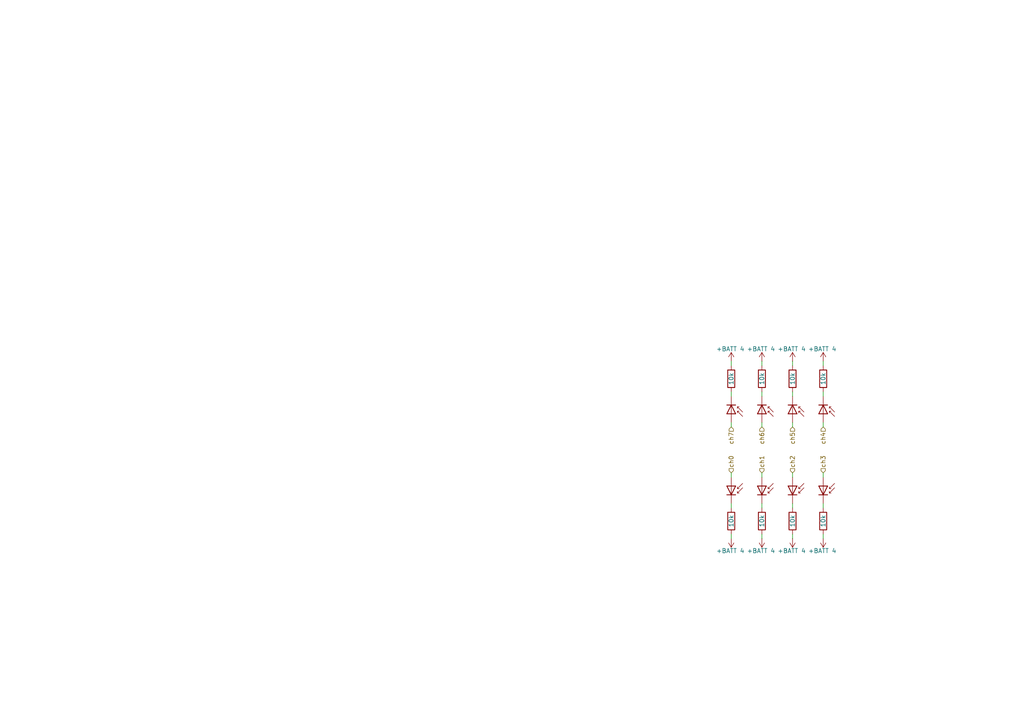
<source format=kicad_sch>
(kicad_sch (version 20231120) (generator "eeschema") (generator_version "8.0")
  (paper "A4")
  (lib_symbols
    (symbol "Device:D_SiPM" (pin_numbers hide) (pin_names hide)
      (property "Reference" "D" (at 1.778 1.778 0))
      (property "Value" "D_SiPM" (at 0.254 -2.794 0))
      (symbol "D_SiPM_0_1"
        (polyline (pts (xy -1.27 0) (xy 1.27 0)))
        (polyline (pts (xy -1.27 1.27) (xy -1.27 -1.27)) (stroke (width 0.254)))
        (polyline (pts (xy -0.762 1.778) (xy -0.254 1.778)))
        (polyline (pts (xy 1.27 1.27) (xy 1.27 -1.27)) (stroke (width 0.254)))
        (polyline (pts (xy 0.762 3.302) (xy -0.762 1.778) (xy -0.762 2.286)))
        (polyline (pts (xy 1.27 1.27) (xy -1.27 0) (xy 1.27 -1.27)) (stroke (width 0.254)))
        (polyline (pts (xy 2.032 3.302) (xy 0.508 1.778) (xy 0.508 2.286) (xy 0.508 1.778) (xy 1.016 1.778)))
      )
      (symbol "D_SiPM_1_1"
        (pin passive line (at -3.81 0 0) (length 2.54) (name "K") (number "1"))
        (pin passive line (at 3.81 0 180) (length 2.54) (name "A") (number "2"))
      )
    )
    (symbol "Device:R" (pin_numbers hide) (pin_names (offset 0))
      (property "Reference" "R" (at 2.032 0 90))
      (property "Value" "R" (at 0 0 90))
      (symbol "R_0_1"
        (rectangle (start -1.016 -2.54) (end 1.016 2.54) (stroke (width 0.254)))
      )
      (symbol "R_1_1"
        (pin passive line (at 0 3.81 270) (length 1.27) (name "~") (number "1"))
        (pin passive line (at 0 -3.81 90) (length 1.27) (name "~") (number "2"))
      )
    )
    (symbol "power:+BATT" (power) (pin_numbers hide) (pin_names (offset 0) hide)
      (property "Value" "+BATT" (at 0 3.556 0))
      (symbol "+BATT_0_1"
        (polyline (pts (xy -0.762 1.27) (xy 0 2.54)))
        (polyline (pts (xy 0 0) (xy 0 2.54)))
        (polyline (pts (xy 0 2.54) (xy 0.762 1.27)))
      )
      (symbol "+BATT_1_1"
        (pin power_in line (at 0 0 90) (length 0) (name "~") (number "1"))
      )
    )
  )
  (wire (pts (xy 238.76 146.05) (xy 238.76 147.32)))
  (wire (pts (xy 220.98 154.94) (xy 220.98 156.21)))
  (wire (pts (xy 238.76 137.16) (xy 238.76 138.43)))
  (wire (pts (xy 212.09 146.05) (xy 212.09 147.32)))
  (wire (pts (xy 229.87 137.16) (xy 229.87 138.43)))
  (wire (pts (xy 229.87 123.825) (xy 229.87 122.555)))
  (wire (pts (xy 220.98 114.935) (xy 220.98 113.665)))
  (wire (pts (xy 229.87 154.94) (xy 229.87 156.21)))
  (wire (pts (xy 220.98 123.825) (xy 220.98 122.555)))
  (wire (pts (xy 212.09 154.94) (xy 212.09 156.21)))
  (wire (pts (xy 212.09 123.825) (xy 212.09 122.555)))
  (wire (pts (xy 238.76 123.825) (xy 238.76 122.555)))
  (wire (pts (xy 238.76 114.935) (xy 238.76 113.665)))
  (wire (pts (xy 238.76 154.94) (xy 238.76 156.21)))
  (wire (pts (xy 212.09 106.045) (xy 212.09 104.775)))
  (wire (pts (xy 238.76 106.045) (xy 238.76 104.775)))
  (wire (pts (xy 229.87 114.935) (xy 229.87 113.665)))
  (wire (pts (xy 220.98 106.045) (xy 220.98 104.775)))
  (wire (pts (xy 220.98 146.05) (xy 220.98 147.32)))
  (wire (pts (xy 212.09 137.16) (xy 212.09 138.43)))
  (wire (pts (xy 220.98 137.16) (xy 220.98 138.43)))
  (wire (pts (xy 229.87 146.05) (xy 229.87 147.32)))
  (wire (pts (xy 212.09 114.935) (xy 212.09 113.665)))
  (wire (pts (xy 229.87 106.045) (xy 229.87 104.775)))
  (hierarchical_label "ch5" (shape input) (at 229.87 123.825 270))
  (hierarchical_label "ch4" (shape input) (at 238.76 123.825 270))
  (hierarchical_label "ch6" (shape input) (at 220.98 123.825 270))
  (hierarchical_label "ch7" (shape input) (at 212.09 123.825 270))
  (hierarchical_label "ch0" (shape input) (at 212.09 137.16 90))
  (hierarchical_label "ch3" (shape input) (at 238.76 137.16 90))
  (hierarchical_label "ch2" (shape input) (at 229.87 137.16 90))
  (hierarchical_label "ch1" (shape input) (at 220.98 137.16 90))
  (symbol (lib_id "power:+BATT") (at 220.98 104.775 0) (unit 1)
    (property "Reference" "#PWR059" (effects (hide yes)))
    (property "Value" "+BATT 4" (at 220.726 101.219 0))
    (property "Description" "Power symbol creates a global label with name \"+BATT\"" (effects (hide yes)))
  )
  (symbol (lib_id "power:+BATT") (at 238.76 156.21 0) (mirror x) (unit 1)
    (property "Reference" "#PWR064" (effects (hide yes)))
    (property "Value" "+BATT 4" (at 238.506 159.766 0))
    (property "Description" "Power symbol creates a global label with name \"+BATT\"" (effects (hide yes)))
  )
  (symbol (lib_id "Device:D_SiPM") (at 212.09 118.745 270) (unit 1)
    (property "Reference" "D57" (effects (hide yes)))
    (property "Value" "D_SiPM" (effects (hide yes)))
    (property "Footprint" "kicad-mza:Hamamatsu_S10362-11-100P-plus" (effects (hide yes)))
    (property "Description" "Silicon photomultiplier" (effects (hide yes)))
  )
  (symbol (lib_id "Device:D_SiPM") (at 212.09 142.24 270) (mirror x) (unit 1)
    (property "Reference" "D58" (effects (hide yes)))
    (property "Value" "D_SiPM" (effects (hide yes)))
    (property "Footprint" "kicad-mza:Hamamatsu_S10362-11-100P-plus" (effects (hide yes)))
    (property "Description" "Silicon photomultiplier" (effects (hide yes)))
  )
  (symbol (lib_id "Device:R") (at 229.87 151.13 0) (mirror x) (unit 1)
    (property "Reference" "R62" (effects (hide yes)))
    (property "Value" "10k" (at 229.87 151.13 90))
    (property "Footprint" "kicad-mza:0603" (effects (hide yes)))
    (property "Description" "Resistor" (effects (hide yes)))
  )
  (symbol (lib_id "power:+BATT") (at 238.76 104.775 0) (unit 1)
    (property "Reference" "#PWR063" (effects (hide yes)))
    (property "Value" "+BATT 4" (at 238.506 101.219 0))
    (property "Description" "Power symbol creates a global label with name \"+BATT\"" (effects (hide yes)))
  )
  (symbol (lib_id "Device:R") (at 212.09 109.855 0) (unit 1)
    (property "Reference" "R57" (effects (hide yes)))
    (property "Value" "10k" (at 212.09 109.855 90))
    (property "Footprint" "kicad-mza:0603" (effects (hide yes)))
    (property "Description" "Resistor" (effects (hide yes)))
  )
  (symbol (lib_id "power:+BATT") (at 229.87 156.21 0) (mirror x) (unit 1)
    (property "Reference" "#PWR062" (effects (hide yes)))
    (property "Value" "+BATT 4" (at 229.616 159.766 0))
    (property "Description" "Power symbol creates a global label with name \"+BATT\"" (effects (hide yes)))
  )
  (symbol (lib_id "Device:R") (at 212.09 151.13 0) (mirror x) (unit 1)
    (property "Reference" "R58" (effects (hide yes)))
    (property "Value" "10k" (at 212.09 151.13 90))
    (property "Footprint" "kicad-mza:0603" (effects (hide yes)))
    (property "Description" "Resistor" (effects (hide yes)))
  )
  (symbol (lib_id "power:+BATT") (at 220.98 156.21 0) (mirror x) (unit 1)
    (property "Reference" "#PWR060" (effects (hide yes)))
    (property "Value" "+BATT 4" (at 220.726 159.766 0))
    (property "Description" "Power symbol creates a global label with name \"+BATT\"" (effects (hide yes)))
  )
  (symbol (lib_id "power:+BATT") (at 229.87 104.775 0) (unit 1)
    (property "Reference" "#PWR061" (effects (hide yes)))
    (property "Value" "+BATT 4" (at 229.616 101.219 0))
    (property "Description" "Power symbol creates a global label with name \"+BATT\"" (effects (hide yes)))
  )
  (symbol (lib_id "Device:D_SiPM") (at 229.87 118.745 270) (unit 1)
    (property "Reference" "D61" (effects (hide yes)))
    (property "Value" "D_SiPM" (effects (hide yes)))
    (property "Footprint" "kicad-mza:Hamamatsu_S10362-11-100P-plus" (effects (hide yes)))
    (property "Description" "Silicon photomultiplier" (effects (hide yes)))
  )
  (symbol (lib_id "Device:R") (at 220.98 151.13 0) (mirror x) (unit 1)
    (property "Reference" "R60" (effects (hide yes)))
    (property "Value" "10k" (at 220.98 151.13 90))
    (property "Footprint" "kicad-mza:0603" (effects (hide yes)))
    (property "Description" "Resistor" (effects (hide yes)))
  )
  (symbol (lib_id "power:+BATT") (at 212.09 104.775 0) (unit 1)
    (property "Reference" "#PWR057" (effects (hide yes)))
    (property "Value" "+BATT 4" (at 211.836 101.219 0))
    (property "Description" "Power symbol creates a global label with name \"+BATT\"" (effects (hide yes)))
  )
  (symbol (lib_id "Device:D_SiPM") (at 238.76 118.745 270) (unit 1)
    (property "Reference" "D63" (effects (hide yes)))
    (property "Value" "D_SiPM" (effects (hide yes)))
    (property "Footprint" "kicad-mza:Hamamatsu_S10362-11-100P-plus" (effects (hide yes)))
    (property "Description" "Silicon photomultiplier" (effects (hide yes)))
  )
  (symbol (lib_id "Device:D_SiPM") (at 238.76 142.24 270) (mirror x) (unit 1)
    (property "Reference" "D64" (effects (hide yes)))
    (property "Value" "D_SiPM" (effects (hide yes)))
    (property "Footprint" "kicad-mza:Hamamatsu_S10362-11-100P-plus" (effects (hide yes)))
    (property "Description" "Silicon photomultiplier" (effects (hide yes)))
  )
  (symbol (lib_id "Device:R") (at 238.76 151.13 0) (mirror x) (unit 1)
    (property "Reference" "R64" (effects (hide yes)))
    (property "Value" "10k" (at 238.76 151.13 90))
    (property "Footprint" "kicad-mza:0603" (effects (hide yes)))
    (property "Description" "Resistor" (effects (hide yes)))
  )
  (symbol (lib_id "Device:D_SiPM") (at 220.98 142.24 270) (mirror x) (unit 1)
    (property "Reference" "D60" (effects (hide yes)))
    (property "Value" "D_SiPM" (effects (hide yes)))
    (property "Footprint" "kicad-mza:Hamamatsu_S10362-11-100P-plus" (effects (hide yes)))
    (property "Description" "Silicon photomultiplier" (effects (hide yes)))
  )
  (symbol (lib_id "power:+BATT") (at 212.09 156.21 0) (mirror x) (unit 1)
    (property "Reference" "#PWR058" (effects (hide yes)))
    (property "Value" "+BATT 4" (at 211.836 159.766 0))
    (property "Description" "Power symbol creates a global label with name \"+BATT\"" (effects (hide yes)))
  )
  (symbol (lib_id "Device:R") (at 220.98 109.855 0) (unit 1)
    (property "Reference" "R59" (effects (hide yes)))
    (property "Value" "10k" (at 220.98 109.855 90))
    (property "Footprint" "kicad-mza:0603" (effects (hide yes)))
    (property "Description" "Resistor" (effects (hide yes)))
  )
  (symbol (lib_id "Device:R") (at 238.76 109.855 0) (unit 1)
    (property "Reference" "R63" (effects (hide yes)))
    (property "Value" "10k" (at 238.76 109.855 90))
    (property "Footprint" "kicad-mza:0603" (effects (hide yes)))
    (property "Description" "Resistor" (effects (hide yes)))
  )
  (symbol (lib_id "Device:D_SiPM") (at 229.87 142.24 270) (mirror x) (unit 1)
    (property "Reference" "D62" (effects (hide yes)))
    (property "Value" "D_SiPM" (effects (hide yes)))
    (property "Footprint" "kicad-mza:Hamamatsu_S10362-11-100P-plus" (effects (hide yes)))
    (property "Description" "Silicon photomultiplier" (effects (hide yes)))
  )
  (symbol (lib_id "Device:D_SiPM") (at 220.98 118.745 270) (unit 1)
    (property "Reference" "D59" (effects (hide yes)))
    (property "Value" "D_SiPM" (effects (hide yes)))
    (property "Footprint" "kicad-mza:Hamamatsu_S10362-11-100P-plus" (effects (hide yes)))
    (property "Description" "Silicon photomultiplier" (effects (hide yes)))
  )
  (symbol (lib_id "Device:R") (at 229.87 109.855 0) (unit 1)
    (property "Reference" "R61" (effects (hide yes)))
    (property "Value" "10k" (at 229.87 109.855 90))
    (property "Footprint" "kicad-mza:0603" (effects (hide yes)))
    (property "Description" "Resistor" (effects (hide yes)))
  )
)
</source>
